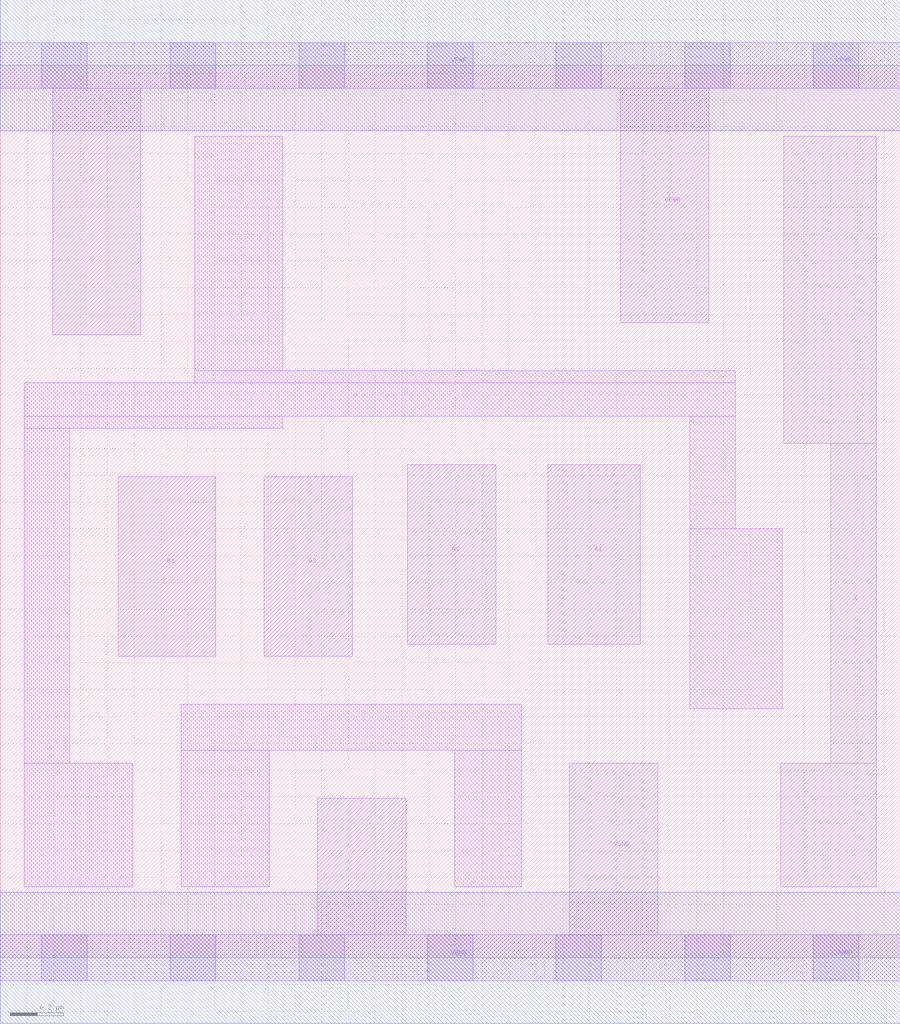
<source format=lef>
# Copyright 2020 The SkyWater PDK Authors
#
# Licensed under the Apache License, Version 2.0 (the "License");
# you may not use this file except in compliance with the License.
# You may obtain a copy of the License at
#
#     https://www.apache.org/licenses/LICENSE-2.0
#
# Unless required by applicable law or agreed to in writing, software
# distributed under the License is distributed on an "AS IS" BASIS,
# WITHOUT WARRANTIES OR CONDITIONS OF ANY KIND, either express or implied.
# See the License for the specific language governing permissions and
# limitations under the License.
#
# SPDX-License-Identifier: Apache-2.0

VERSION 5.7 ;
  NAMESCASESENSITIVE ON ;
  NOWIREEXTENSIONATPIN ON ;
  DIVIDERCHAR "/" ;
  BUSBITCHARS "[]" ;
UNITS
  DATABASE MICRONS 200 ;
END UNITS
MACRO sky130_fd_sc_lp__o31a_lp
  CLASS CORE ;
  SOURCE USER ;
  FOREIGN sky130_fd_sc_lp__o31a_lp ;
  ORIGIN  0.000000  0.000000 ;
  SIZE  3.360000 BY  3.330000 ;
  SYMMETRY X Y R90 ;
  SITE unit ;
  PIN A1
    ANTENNAGATEAREA  0.313000 ;
    DIRECTION INPUT ;
    USE SIGNAL ;
    PORT
      LAYER li1 ;
        RECT 2.045000 1.170000 2.390000 1.840000 ;
    END
  END A1
  PIN A2
    ANTENNAGATEAREA  0.313000 ;
    DIRECTION INPUT ;
    USE SIGNAL ;
    PORT
      LAYER li1 ;
        RECT 1.520000 1.170000 1.850000 1.840000 ;
    END
  END A2
  PIN A3
    ANTENNAGATEAREA  0.313000 ;
    DIRECTION INPUT ;
    USE SIGNAL ;
    PORT
      LAYER li1 ;
        RECT 0.985000 1.125000 1.315000 1.795000 ;
    END
  END A3
  PIN B1
    ANTENNAGATEAREA  0.313000 ;
    DIRECTION INPUT ;
    USE SIGNAL ;
    PORT
      LAYER li1 ;
        RECT 0.440000 1.125000 0.805000 1.795000 ;
    END
  END B1
  PIN X
    ANTENNADIFFAREA  0.404700 ;
    DIRECTION OUTPUT ;
    USE SIGNAL ;
    PORT
      LAYER li1 ;
        RECT 2.915000 0.265000 3.270000 0.725000 ;
        RECT 2.925000 1.920000 3.270000 3.065000 ;
        RECT 3.100000 0.725000 3.270000 1.920000 ;
    END
  END X
  PIN VGND
    DIRECTION INOUT ;
    USE GROUND ;
    PORT
      LAYER li1 ;
        RECT 0.000000 -0.085000 3.360000 0.085000 ;
        RECT 1.185000  0.085000 1.515000 0.595000 ;
        RECT 2.125000  0.085000 2.455000 0.725000 ;
      LAYER mcon ;
        RECT 0.155000 -0.085000 0.325000 0.085000 ;
        RECT 0.635000 -0.085000 0.805000 0.085000 ;
        RECT 1.115000 -0.085000 1.285000 0.085000 ;
        RECT 1.595000 -0.085000 1.765000 0.085000 ;
        RECT 2.075000 -0.085000 2.245000 0.085000 ;
        RECT 2.555000 -0.085000 2.725000 0.085000 ;
        RECT 3.035000 -0.085000 3.205000 0.085000 ;
      LAYER met1 ;
        RECT 0.000000 -0.245000 3.360000 0.245000 ;
    END
  END VGND
  PIN VPWR
    DIRECTION INOUT ;
    USE POWER ;
    PORT
      LAYER li1 ;
        RECT 0.000000 3.245000 3.360000 3.415000 ;
        RECT 0.195000 2.325000 0.525000 3.245000 ;
        RECT 2.315000 2.370000 2.645000 3.245000 ;
      LAYER mcon ;
        RECT 0.155000 3.245000 0.325000 3.415000 ;
        RECT 0.635000 3.245000 0.805000 3.415000 ;
        RECT 1.115000 3.245000 1.285000 3.415000 ;
        RECT 1.595000 3.245000 1.765000 3.415000 ;
        RECT 2.075000 3.245000 2.245000 3.415000 ;
        RECT 2.555000 3.245000 2.725000 3.415000 ;
        RECT 3.035000 3.245000 3.205000 3.415000 ;
      LAYER met1 ;
        RECT 0.000000 3.085000 3.360000 3.575000 ;
    END
  END VPWR
  OBS
    LAYER li1 ;
      RECT 0.090000 0.265000 0.495000 0.725000 ;
      RECT 0.090000 0.725000 0.260000 1.975000 ;
      RECT 0.090000 1.975000 1.055000 2.020000 ;
      RECT 0.090000 2.020000 2.745000 2.145000 ;
      RECT 0.675000 0.265000 1.005000 0.775000 ;
      RECT 0.675000 0.775000 1.945000 0.945000 ;
      RECT 0.725000 2.145000 2.745000 2.190000 ;
      RECT 0.725000 2.190000 1.055000 3.065000 ;
      RECT 1.695000 0.265000 1.945000 0.775000 ;
      RECT 2.575000 0.930000 2.920000 1.600000 ;
      RECT 2.575000 1.600000 2.745000 2.020000 ;
  END
END sky130_fd_sc_lp__o31a_lp

</source>
